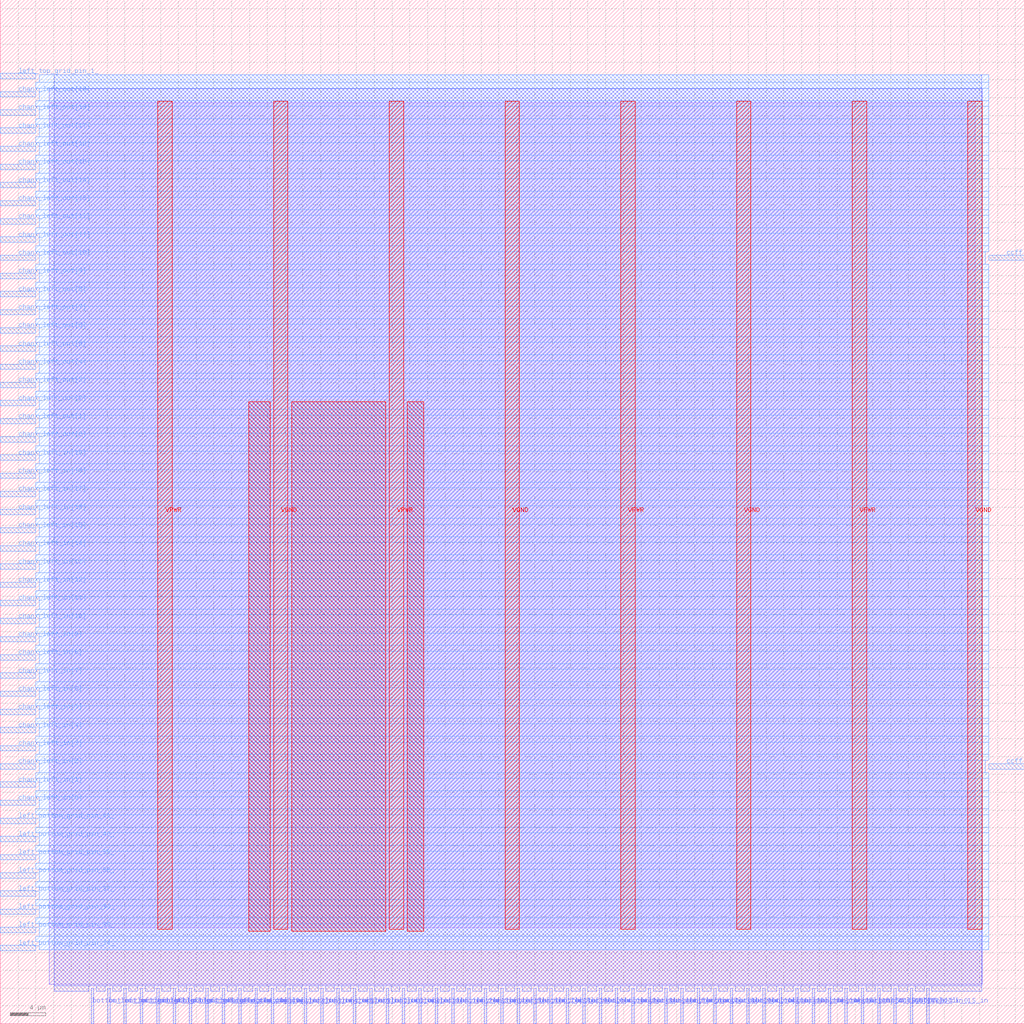
<source format=lef>
VERSION 5.7 ;
  NOWIREEXTENSIONATPIN ON ;
  DIVIDERCHAR "/" ;
  BUSBITCHARS "[]" ;
MACRO sb_2__2_
  CLASS BLOCK ;
  FOREIGN sb_2__2_ ;
  ORIGIN 0.000 0.000 ;
  SIZE 115.000 BY 115.000 ;
  PIN SC_IN_BOT
    DIRECTION INPUT ;
    USE SIGNAL ;
    PORT
      LAYER met2 ;
        RECT 100.370 0.000 100.650 4.000 ;
    END
  END SC_IN_BOT
  PIN SC_OUT_BOT
    DIRECTION OUTPUT TRISTATE ;
    USE SIGNAL ;
    PORT
      LAYER met2 ;
        RECT 102.210 0.000 102.490 4.000 ;
    END
  END SC_OUT_BOT
  PIN VGND
    DIRECTION INOUT ;
    USE GROUND ;
    PORT
      LAYER met4 ;
        RECT 30.710 10.640 32.310 103.600 ;
    END
    PORT
      LAYER met4 ;
        RECT 56.700 10.640 58.300 103.600 ;
    END
    PORT
      LAYER met4 ;
        RECT 82.690 10.640 84.290 103.600 ;
    END
    PORT
      LAYER met4 ;
        RECT 108.680 10.640 110.280 103.600 ;
    END
  END VGND
  PIN VPWR
    DIRECTION INOUT ;
    USE POWER ;
    PORT
      LAYER met4 ;
        RECT 17.715 10.640 19.315 103.600 ;
    END
    PORT
      LAYER met4 ;
        RECT 43.705 10.640 45.305 103.600 ;
    END
    PORT
      LAYER met4 ;
        RECT 69.695 10.640 71.295 103.600 ;
    END
    PORT
      LAYER met4 ;
        RECT 95.685 10.640 97.285 103.600 ;
    END
  END VPWR
  PIN bottom_left_grid_pin_42_
    DIRECTION INPUT ;
    USE SIGNAL ;
    PORT
      LAYER met2 ;
        RECT 10.210 0.000 10.490 4.000 ;
    END
  END bottom_left_grid_pin_42_
  PIN bottom_left_grid_pin_43_
    DIRECTION INPUT ;
    USE SIGNAL ;
    PORT
      LAYER met2 ;
        RECT 12.050 0.000 12.330 4.000 ;
    END
  END bottom_left_grid_pin_43_
  PIN bottom_left_grid_pin_44_
    DIRECTION INPUT ;
    USE SIGNAL ;
    PORT
      LAYER met2 ;
        RECT 13.890 0.000 14.170 4.000 ;
    END
  END bottom_left_grid_pin_44_
  PIN bottom_left_grid_pin_45_
    DIRECTION INPUT ;
    USE SIGNAL ;
    PORT
      LAYER met2 ;
        RECT 15.730 0.000 16.010 4.000 ;
    END
  END bottom_left_grid_pin_45_
  PIN bottom_left_grid_pin_46_
    DIRECTION INPUT ;
    USE SIGNAL ;
    PORT
      LAYER met2 ;
        RECT 17.570 0.000 17.850 4.000 ;
    END
  END bottom_left_grid_pin_46_
  PIN bottom_left_grid_pin_47_
    DIRECTION INPUT ;
    USE SIGNAL ;
    PORT
      LAYER met2 ;
        RECT 19.410 0.000 19.690 4.000 ;
    END
  END bottom_left_grid_pin_47_
  PIN bottom_left_grid_pin_48_
    DIRECTION INPUT ;
    USE SIGNAL ;
    PORT
      LAYER met2 ;
        RECT 21.250 0.000 21.530 4.000 ;
    END
  END bottom_left_grid_pin_48_
  PIN bottom_left_grid_pin_49_
    DIRECTION INPUT ;
    USE SIGNAL ;
    PORT
      LAYER met2 ;
        RECT 23.090 0.000 23.370 4.000 ;
    END
  END bottom_left_grid_pin_49_
  PIN bottom_right_grid_pin_1_
    DIRECTION INPUT ;
    USE SIGNAL ;
    PORT
      LAYER met2 ;
        RECT 98.530 0.000 98.810 4.000 ;
    END
  END bottom_right_grid_pin_1_
  PIN ccff_head
    DIRECTION INPUT ;
    USE SIGNAL ;
    PORT
      LAYER met3 ;
        RECT 111.000 28.600 115.000 29.200 ;
    END
  END ccff_head
  PIN ccff_tail
    DIRECTION OUTPUT TRISTATE ;
    USE SIGNAL ;
    PORT
      LAYER met3 ;
        RECT 111.000 85.720 115.000 86.320 ;
    END
  END ccff_tail
  PIN chanx_left_in[0]
    DIRECTION INPUT ;
    USE SIGNAL ;
    PORT
      LAYER met3 ;
        RECT 0.000 24.520 4.000 25.120 ;
    END
  END chanx_left_in[0]
  PIN chanx_left_in[10]
    DIRECTION INPUT ;
    USE SIGNAL ;
    PORT
      LAYER met3 ;
        RECT 0.000 44.920 4.000 45.520 ;
    END
  END chanx_left_in[10]
  PIN chanx_left_in[11]
    DIRECTION INPUT ;
    USE SIGNAL ;
    PORT
      LAYER met3 ;
        RECT 0.000 46.960 4.000 47.560 ;
    END
  END chanx_left_in[11]
  PIN chanx_left_in[12]
    DIRECTION INPUT ;
    USE SIGNAL ;
    PORT
      LAYER met3 ;
        RECT 0.000 49.000 4.000 49.600 ;
    END
  END chanx_left_in[12]
  PIN chanx_left_in[13]
    DIRECTION INPUT ;
    USE SIGNAL ;
    PORT
      LAYER met3 ;
        RECT 0.000 51.040 4.000 51.640 ;
    END
  END chanx_left_in[13]
  PIN chanx_left_in[14]
    DIRECTION INPUT ;
    USE SIGNAL ;
    PORT
      LAYER met3 ;
        RECT 0.000 53.080 4.000 53.680 ;
    END
  END chanx_left_in[14]
  PIN chanx_left_in[15]
    DIRECTION INPUT ;
    USE SIGNAL ;
    PORT
      LAYER met3 ;
        RECT 0.000 55.120 4.000 55.720 ;
    END
  END chanx_left_in[15]
  PIN chanx_left_in[16]
    DIRECTION INPUT ;
    USE SIGNAL ;
    PORT
      LAYER met3 ;
        RECT 0.000 57.160 4.000 57.760 ;
    END
  END chanx_left_in[16]
  PIN chanx_left_in[17]
    DIRECTION INPUT ;
    USE SIGNAL ;
    PORT
      LAYER met3 ;
        RECT 0.000 59.200 4.000 59.800 ;
    END
  END chanx_left_in[17]
  PIN chanx_left_in[18]
    DIRECTION INPUT ;
    USE SIGNAL ;
    PORT
      LAYER met3 ;
        RECT 0.000 61.240 4.000 61.840 ;
    END
  END chanx_left_in[18]
  PIN chanx_left_in[19]
    DIRECTION INPUT ;
    USE SIGNAL ;
    PORT
      LAYER met3 ;
        RECT 0.000 63.280 4.000 63.880 ;
    END
  END chanx_left_in[19]
  PIN chanx_left_in[1]
    DIRECTION INPUT ;
    USE SIGNAL ;
    PORT
      LAYER met3 ;
        RECT 0.000 26.560 4.000 27.160 ;
    END
  END chanx_left_in[1]
  PIN chanx_left_in[2]
    DIRECTION INPUT ;
    USE SIGNAL ;
    PORT
      LAYER met3 ;
        RECT 0.000 28.600 4.000 29.200 ;
    END
  END chanx_left_in[2]
  PIN chanx_left_in[3]
    DIRECTION INPUT ;
    USE SIGNAL ;
    PORT
      LAYER met3 ;
        RECT 0.000 30.640 4.000 31.240 ;
    END
  END chanx_left_in[3]
  PIN chanx_left_in[4]
    DIRECTION INPUT ;
    USE SIGNAL ;
    PORT
      LAYER met3 ;
        RECT 0.000 32.680 4.000 33.280 ;
    END
  END chanx_left_in[4]
  PIN chanx_left_in[5]
    DIRECTION INPUT ;
    USE SIGNAL ;
    PORT
      LAYER met3 ;
        RECT 0.000 34.720 4.000 35.320 ;
    END
  END chanx_left_in[5]
  PIN chanx_left_in[6]
    DIRECTION INPUT ;
    USE SIGNAL ;
    PORT
      LAYER met3 ;
        RECT 0.000 36.760 4.000 37.360 ;
    END
  END chanx_left_in[6]
  PIN chanx_left_in[7]
    DIRECTION INPUT ;
    USE SIGNAL ;
    PORT
      LAYER met3 ;
        RECT 0.000 38.800 4.000 39.400 ;
    END
  END chanx_left_in[7]
  PIN chanx_left_in[8]
    DIRECTION INPUT ;
    USE SIGNAL ;
    PORT
      LAYER met3 ;
        RECT 0.000 40.840 4.000 41.440 ;
    END
  END chanx_left_in[8]
  PIN chanx_left_in[9]
    DIRECTION INPUT ;
    USE SIGNAL ;
    PORT
      LAYER met3 ;
        RECT 0.000 42.880 4.000 43.480 ;
    END
  END chanx_left_in[9]
  PIN chanx_left_out[0]
    DIRECTION OUTPUT TRISTATE ;
    USE SIGNAL ;
    PORT
      LAYER met3 ;
        RECT 0.000 65.320 4.000 65.920 ;
    END
  END chanx_left_out[0]
  PIN chanx_left_out[10]
    DIRECTION OUTPUT TRISTATE ;
    USE SIGNAL ;
    PORT
      LAYER met3 ;
        RECT 0.000 85.720 4.000 86.320 ;
    END
  END chanx_left_out[10]
  PIN chanx_left_out[11]
    DIRECTION OUTPUT TRISTATE ;
    USE SIGNAL ;
    PORT
      LAYER met3 ;
        RECT 0.000 87.760 4.000 88.360 ;
    END
  END chanx_left_out[11]
  PIN chanx_left_out[12]
    DIRECTION OUTPUT TRISTATE ;
    USE SIGNAL ;
    PORT
      LAYER met3 ;
        RECT 0.000 89.800 4.000 90.400 ;
    END
  END chanx_left_out[12]
  PIN chanx_left_out[13]
    DIRECTION OUTPUT TRISTATE ;
    USE SIGNAL ;
    PORT
      LAYER met3 ;
        RECT 0.000 91.840 4.000 92.440 ;
    END
  END chanx_left_out[13]
  PIN chanx_left_out[14]
    DIRECTION OUTPUT TRISTATE ;
    USE SIGNAL ;
    PORT
      LAYER met3 ;
        RECT 0.000 93.880 4.000 94.480 ;
    END
  END chanx_left_out[14]
  PIN chanx_left_out[15]
    DIRECTION OUTPUT TRISTATE ;
    USE SIGNAL ;
    PORT
      LAYER met3 ;
        RECT 0.000 95.920 4.000 96.520 ;
    END
  END chanx_left_out[15]
  PIN chanx_left_out[16]
    DIRECTION OUTPUT TRISTATE ;
    USE SIGNAL ;
    PORT
      LAYER met3 ;
        RECT 0.000 97.960 4.000 98.560 ;
    END
  END chanx_left_out[16]
  PIN chanx_left_out[17]
    DIRECTION OUTPUT TRISTATE ;
    USE SIGNAL ;
    PORT
      LAYER met3 ;
        RECT 0.000 100.000 4.000 100.600 ;
    END
  END chanx_left_out[17]
  PIN chanx_left_out[18]
    DIRECTION OUTPUT TRISTATE ;
    USE SIGNAL ;
    PORT
      LAYER met3 ;
        RECT 0.000 102.040 4.000 102.640 ;
    END
  END chanx_left_out[18]
  PIN chanx_left_out[19]
    DIRECTION OUTPUT TRISTATE ;
    USE SIGNAL ;
    PORT
      LAYER met3 ;
        RECT 0.000 104.080 4.000 104.680 ;
    END
  END chanx_left_out[19]
  PIN chanx_left_out[1]
    DIRECTION OUTPUT TRISTATE ;
    USE SIGNAL ;
    PORT
      LAYER met3 ;
        RECT 0.000 67.360 4.000 67.960 ;
    END
  END chanx_left_out[1]
  PIN chanx_left_out[2]
    DIRECTION OUTPUT TRISTATE ;
    USE SIGNAL ;
    PORT
      LAYER met3 ;
        RECT 0.000 69.400 4.000 70.000 ;
    END
  END chanx_left_out[2]
  PIN chanx_left_out[3]
    DIRECTION OUTPUT TRISTATE ;
    USE SIGNAL ;
    PORT
      LAYER met3 ;
        RECT 0.000 71.440 4.000 72.040 ;
    END
  END chanx_left_out[3]
  PIN chanx_left_out[4]
    DIRECTION OUTPUT TRISTATE ;
    USE SIGNAL ;
    PORT
      LAYER met3 ;
        RECT 0.000 73.480 4.000 74.080 ;
    END
  END chanx_left_out[4]
  PIN chanx_left_out[5]
    DIRECTION OUTPUT TRISTATE ;
    USE SIGNAL ;
    PORT
      LAYER met3 ;
        RECT 0.000 75.520 4.000 76.120 ;
    END
  END chanx_left_out[5]
  PIN chanx_left_out[6]
    DIRECTION OUTPUT TRISTATE ;
    USE SIGNAL ;
    PORT
      LAYER met3 ;
        RECT 0.000 77.560 4.000 78.160 ;
    END
  END chanx_left_out[6]
  PIN chanx_left_out[7]
    DIRECTION OUTPUT TRISTATE ;
    USE SIGNAL ;
    PORT
      LAYER met3 ;
        RECT 0.000 79.600 4.000 80.200 ;
    END
  END chanx_left_out[7]
  PIN chanx_left_out[8]
    DIRECTION OUTPUT TRISTATE ;
    USE SIGNAL ;
    PORT
      LAYER met3 ;
        RECT 0.000 81.640 4.000 82.240 ;
    END
  END chanx_left_out[8]
  PIN chanx_left_out[9]
    DIRECTION OUTPUT TRISTATE ;
    USE SIGNAL ;
    PORT
      LAYER met3 ;
        RECT 0.000 83.680 4.000 84.280 ;
    END
  END chanx_left_out[9]
  PIN chany_bottom_in[0]
    DIRECTION INPUT ;
    USE SIGNAL ;
    PORT
      LAYER met2 ;
        RECT 24.930 0.000 25.210 4.000 ;
    END
  END chany_bottom_in[0]
  PIN chany_bottom_in[10]
    DIRECTION INPUT ;
    USE SIGNAL ;
    PORT
      LAYER met2 ;
        RECT 43.330 0.000 43.610 4.000 ;
    END
  END chany_bottom_in[10]
  PIN chany_bottom_in[11]
    DIRECTION INPUT ;
    USE SIGNAL ;
    PORT
      LAYER met2 ;
        RECT 45.170 0.000 45.450 4.000 ;
    END
  END chany_bottom_in[11]
  PIN chany_bottom_in[12]
    DIRECTION INPUT ;
    USE SIGNAL ;
    PORT
      LAYER met2 ;
        RECT 47.010 0.000 47.290 4.000 ;
    END
  END chany_bottom_in[12]
  PIN chany_bottom_in[13]
    DIRECTION INPUT ;
    USE SIGNAL ;
    PORT
      LAYER met2 ;
        RECT 48.850 0.000 49.130 4.000 ;
    END
  END chany_bottom_in[13]
  PIN chany_bottom_in[14]
    DIRECTION INPUT ;
    USE SIGNAL ;
    PORT
      LAYER met2 ;
        RECT 50.690 0.000 50.970 4.000 ;
    END
  END chany_bottom_in[14]
  PIN chany_bottom_in[15]
    DIRECTION INPUT ;
    USE SIGNAL ;
    PORT
      LAYER met2 ;
        RECT 52.530 0.000 52.810 4.000 ;
    END
  END chany_bottom_in[15]
  PIN chany_bottom_in[16]
    DIRECTION INPUT ;
    USE SIGNAL ;
    PORT
      LAYER met2 ;
        RECT 54.370 0.000 54.650 4.000 ;
    END
  END chany_bottom_in[16]
  PIN chany_bottom_in[17]
    DIRECTION INPUT ;
    USE SIGNAL ;
    PORT
      LAYER met2 ;
        RECT 56.210 0.000 56.490 4.000 ;
    END
  END chany_bottom_in[17]
  PIN chany_bottom_in[18]
    DIRECTION INPUT ;
    USE SIGNAL ;
    PORT
      LAYER met2 ;
        RECT 58.050 0.000 58.330 4.000 ;
    END
  END chany_bottom_in[18]
  PIN chany_bottom_in[19]
    DIRECTION INPUT ;
    USE SIGNAL ;
    PORT
      LAYER met2 ;
        RECT 59.890 0.000 60.170 4.000 ;
    END
  END chany_bottom_in[19]
  PIN chany_bottom_in[1]
    DIRECTION INPUT ;
    USE SIGNAL ;
    PORT
      LAYER met2 ;
        RECT 26.770 0.000 27.050 4.000 ;
    END
  END chany_bottom_in[1]
  PIN chany_bottom_in[2]
    DIRECTION INPUT ;
    USE SIGNAL ;
    PORT
      LAYER met2 ;
        RECT 28.610 0.000 28.890 4.000 ;
    END
  END chany_bottom_in[2]
  PIN chany_bottom_in[3]
    DIRECTION INPUT ;
    USE SIGNAL ;
    PORT
      LAYER met2 ;
        RECT 30.450 0.000 30.730 4.000 ;
    END
  END chany_bottom_in[3]
  PIN chany_bottom_in[4]
    DIRECTION INPUT ;
    USE SIGNAL ;
    PORT
      LAYER met2 ;
        RECT 32.290 0.000 32.570 4.000 ;
    END
  END chany_bottom_in[4]
  PIN chany_bottom_in[5]
    DIRECTION INPUT ;
    USE SIGNAL ;
    PORT
      LAYER met2 ;
        RECT 34.130 0.000 34.410 4.000 ;
    END
  END chany_bottom_in[5]
  PIN chany_bottom_in[6]
    DIRECTION INPUT ;
    USE SIGNAL ;
    PORT
      LAYER met2 ;
        RECT 35.970 0.000 36.250 4.000 ;
    END
  END chany_bottom_in[6]
  PIN chany_bottom_in[7]
    DIRECTION INPUT ;
    USE SIGNAL ;
    PORT
      LAYER met2 ;
        RECT 37.810 0.000 38.090 4.000 ;
    END
  END chany_bottom_in[7]
  PIN chany_bottom_in[8]
    DIRECTION INPUT ;
    USE SIGNAL ;
    PORT
      LAYER met2 ;
        RECT 39.650 0.000 39.930 4.000 ;
    END
  END chany_bottom_in[8]
  PIN chany_bottom_in[9]
    DIRECTION INPUT ;
    USE SIGNAL ;
    PORT
      LAYER met2 ;
        RECT 41.490 0.000 41.770 4.000 ;
    END
  END chany_bottom_in[9]
  PIN chany_bottom_out[0]
    DIRECTION OUTPUT TRISTATE ;
    USE SIGNAL ;
    PORT
      LAYER met2 ;
        RECT 61.730 0.000 62.010 4.000 ;
    END
  END chany_bottom_out[0]
  PIN chany_bottom_out[10]
    DIRECTION OUTPUT TRISTATE ;
    USE SIGNAL ;
    PORT
      LAYER met2 ;
        RECT 80.130 0.000 80.410 4.000 ;
    END
  END chany_bottom_out[10]
  PIN chany_bottom_out[11]
    DIRECTION OUTPUT TRISTATE ;
    USE SIGNAL ;
    PORT
      LAYER met2 ;
        RECT 81.970 0.000 82.250 4.000 ;
    END
  END chany_bottom_out[11]
  PIN chany_bottom_out[12]
    DIRECTION OUTPUT TRISTATE ;
    USE SIGNAL ;
    PORT
      LAYER met2 ;
        RECT 83.810 0.000 84.090 4.000 ;
    END
  END chany_bottom_out[12]
  PIN chany_bottom_out[13]
    DIRECTION OUTPUT TRISTATE ;
    USE SIGNAL ;
    PORT
      LAYER met2 ;
        RECT 85.650 0.000 85.930 4.000 ;
    END
  END chany_bottom_out[13]
  PIN chany_bottom_out[14]
    DIRECTION OUTPUT TRISTATE ;
    USE SIGNAL ;
    PORT
      LAYER met2 ;
        RECT 87.490 0.000 87.770 4.000 ;
    END
  END chany_bottom_out[14]
  PIN chany_bottom_out[15]
    DIRECTION OUTPUT TRISTATE ;
    USE SIGNAL ;
    PORT
      LAYER met2 ;
        RECT 89.330 0.000 89.610 4.000 ;
    END
  END chany_bottom_out[15]
  PIN chany_bottom_out[16]
    DIRECTION OUTPUT TRISTATE ;
    USE SIGNAL ;
    PORT
      LAYER met2 ;
        RECT 91.170 0.000 91.450 4.000 ;
    END
  END chany_bottom_out[16]
  PIN chany_bottom_out[17]
    DIRECTION OUTPUT TRISTATE ;
    USE SIGNAL ;
    PORT
      LAYER met2 ;
        RECT 93.010 0.000 93.290 4.000 ;
    END
  END chany_bottom_out[17]
  PIN chany_bottom_out[18]
    DIRECTION OUTPUT TRISTATE ;
    USE SIGNAL ;
    PORT
      LAYER met2 ;
        RECT 94.850 0.000 95.130 4.000 ;
    END
  END chany_bottom_out[18]
  PIN chany_bottom_out[19]
    DIRECTION OUTPUT TRISTATE ;
    USE SIGNAL ;
    PORT
      LAYER met2 ;
        RECT 96.690 0.000 96.970 4.000 ;
    END
  END chany_bottom_out[19]
  PIN chany_bottom_out[1]
    DIRECTION OUTPUT TRISTATE ;
    USE SIGNAL ;
    PORT
      LAYER met2 ;
        RECT 63.570 0.000 63.850 4.000 ;
    END
  END chany_bottom_out[1]
  PIN chany_bottom_out[2]
    DIRECTION OUTPUT TRISTATE ;
    USE SIGNAL ;
    PORT
      LAYER met2 ;
        RECT 65.410 0.000 65.690 4.000 ;
    END
  END chany_bottom_out[2]
  PIN chany_bottom_out[3]
    DIRECTION OUTPUT TRISTATE ;
    USE SIGNAL ;
    PORT
      LAYER met2 ;
        RECT 67.250 0.000 67.530 4.000 ;
    END
  END chany_bottom_out[3]
  PIN chany_bottom_out[4]
    DIRECTION OUTPUT TRISTATE ;
    USE SIGNAL ;
    PORT
      LAYER met2 ;
        RECT 69.090 0.000 69.370 4.000 ;
    END
  END chany_bottom_out[4]
  PIN chany_bottom_out[5]
    DIRECTION OUTPUT TRISTATE ;
    USE SIGNAL ;
    PORT
      LAYER met2 ;
        RECT 70.930 0.000 71.210 4.000 ;
    END
  END chany_bottom_out[5]
  PIN chany_bottom_out[6]
    DIRECTION OUTPUT TRISTATE ;
    USE SIGNAL ;
    PORT
      LAYER met2 ;
        RECT 72.770 0.000 73.050 4.000 ;
    END
  END chany_bottom_out[6]
  PIN chany_bottom_out[7]
    DIRECTION OUTPUT TRISTATE ;
    USE SIGNAL ;
    PORT
      LAYER met2 ;
        RECT 74.610 0.000 74.890 4.000 ;
    END
  END chany_bottom_out[7]
  PIN chany_bottom_out[8]
    DIRECTION OUTPUT TRISTATE ;
    USE SIGNAL ;
    PORT
      LAYER met2 ;
        RECT 76.450 0.000 76.730 4.000 ;
    END
  END chany_bottom_out[8]
  PIN chany_bottom_out[9]
    DIRECTION OUTPUT TRISTATE ;
    USE SIGNAL ;
    PORT
      LAYER met2 ;
        RECT 78.290 0.000 78.570 4.000 ;
    END
  END chany_bottom_out[9]
  PIN left_bottom_grid_pin_34_
    DIRECTION INPUT ;
    USE SIGNAL ;
    PORT
      LAYER met3 ;
        RECT 0.000 8.200 4.000 8.800 ;
    END
  END left_bottom_grid_pin_34_
  PIN left_bottom_grid_pin_35_
    DIRECTION INPUT ;
    USE SIGNAL ;
    PORT
      LAYER met3 ;
        RECT 0.000 10.240 4.000 10.840 ;
    END
  END left_bottom_grid_pin_35_
  PIN left_bottom_grid_pin_36_
    DIRECTION INPUT ;
    USE SIGNAL ;
    PORT
      LAYER met3 ;
        RECT 0.000 12.280 4.000 12.880 ;
    END
  END left_bottom_grid_pin_36_
  PIN left_bottom_grid_pin_37_
    DIRECTION INPUT ;
    USE SIGNAL ;
    PORT
      LAYER met3 ;
        RECT 0.000 14.320 4.000 14.920 ;
    END
  END left_bottom_grid_pin_37_
  PIN left_bottom_grid_pin_38_
    DIRECTION INPUT ;
    USE SIGNAL ;
    PORT
      LAYER met3 ;
        RECT 0.000 16.360 4.000 16.960 ;
    END
  END left_bottom_grid_pin_38_
  PIN left_bottom_grid_pin_39_
    DIRECTION INPUT ;
    USE SIGNAL ;
    PORT
      LAYER met3 ;
        RECT 0.000 18.400 4.000 19.000 ;
    END
  END left_bottom_grid_pin_39_
  PIN left_bottom_grid_pin_40_
    DIRECTION INPUT ;
    USE SIGNAL ;
    PORT
      LAYER met3 ;
        RECT 0.000 20.440 4.000 21.040 ;
    END
  END left_bottom_grid_pin_40_
  PIN left_bottom_grid_pin_41_
    DIRECTION INPUT ;
    USE SIGNAL ;
    PORT
      LAYER met3 ;
        RECT 0.000 22.480 4.000 23.080 ;
    END
  END left_bottom_grid_pin_41_
  PIN left_top_grid_pin_1_
    DIRECTION INPUT ;
    USE SIGNAL ;
    PORT
      LAYER met3 ;
        RECT 0.000 106.120 4.000 106.720 ;
    END
  END left_top_grid_pin_1_
  PIN prog_clk_0_S_in
    DIRECTION INPUT ;
    USE SIGNAL ;
    PORT
      LAYER met2 ;
        RECT 104.050 0.000 104.330 4.000 ;
    END
  END prog_clk_0_S_in
  OBS
      LAYER li1 ;
        RECT 5.520 10.795 109.480 103.445 ;
      LAYER met1 ;
        RECT 5.520 4.460 110.280 105.020 ;
      LAYER met2 ;
        RECT 6.070 4.280 110.250 106.605 ;
        RECT 6.070 3.670 9.930 4.280 ;
        RECT 10.770 3.670 11.770 4.280 ;
        RECT 12.610 3.670 13.610 4.280 ;
        RECT 14.450 3.670 15.450 4.280 ;
        RECT 16.290 3.670 17.290 4.280 ;
        RECT 18.130 3.670 19.130 4.280 ;
        RECT 19.970 3.670 20.970 4.280 ;
        RECT 21.810 3.670 22.810 4.280 ;
        RECT 23.650 3.670 24.650 4.280 ;
        RECT 25.490 3.670 26.490 4.280 ;
        RECT 27.330 3.670 28.330 4.280 ;
        RECT 29.170 3.670 30.170 4.280 ;
        RECT 31.010 3.670 32.010 4.280 ;
        RECT 32.850 3.670 33.850 4.280 ;
        RECT 34.690 3.670 35.690 4.280 ;
        RECT 36.530 3.670 37.530 4.280 ;
        RECT 38.370 3.670 39.370 4.280 ;
        RECT 40.210 3.670 41.210 4.280 ;
        RECT 42.050 3.670 43.050 4.280 ;
        RECT 43.890 3.670 44.890 4.280 ;
        RECT 45.730 3.670 46.730 4.280 ;
        RECT 47.570 3.670 48.570 4.280 ;
        RECT 49.410 3.670 50.410 4.280 ;
        RECT 51.250 3.670 52.250 4.280 ;
        RECT 53.090 3.670 54.090 4.280 ;
        RECT 54.930 3.670 55.930 4.280 ;
        RECT 56.770 3.670 57.770 4.280 ;
        RECT 58.610 3.670 59.610 4.280 ;
        RECT 60.450 3.670 61.450 4.280 ;
        RECT 62.290 3.670 63.290 4.280 ;
        RECT 64.130 3.670 65.130 4.280 ;
        RECT 65.970 3.670 66.970 4.280 ;
        RECT 67.810 3.670 68.810 4.280 ;
        RECT 69.650 3.670 70.650 4.280 ;
        RECT 71.490 3.670 72.490 4.280 ;
        RECT 73.330 3.670 74.330 4.280 ;
        RECT 75.170 3.670 76.170 4.280 ;
        RECT 77.010 3.670 78.010 4.280 ;
        RECT 78.850 3.670 79.850 4.280 ;
        RECT 80.690 3.670 81.690 4.280 ;
        RECT 82.530 3.670 83.530 4.280 ;
        RECT 84.370 3.670 85.370 4.280 ;
        RECT 86.210 3.670 87.210 4.280 ;
        RECT 88.050 3.670 89.050 4.280 ;
        RECT 89.890 3.670 90.890 4.280 ;
        RECT 91.730 3.670 92.730 4.280 ;
        RECT 93.570 3.670 94.570 4.280 ;
        RECT 95.410 3.670 96.410 4.280 ;
        RECT 97.250 3.670 98.250 4.280 ;
        RECT 99.090 3.670 100.090 4.280 ;
        RECT 100.930 3.670 101.930 4.280 ;
        RECT 102.770 3.670 103.770 4.280 ;
        RECT 104.610 3.670 110.250 4.280 ;
      LAYER met3 ;
        RECT 4.400 105.720 111.000 106.585 ;
        RECT 4.000 105.080 111.000 105.720 ;
        RECT 4.400 103.680 111.000 105.080 ;
        RECT 4.000 103.040 111.000 103.680 ;
        RECT 4.400 101.640 111.000 103.040 ;
        RECT 4.000 101.000 111.000 101.640 ;
        RECT 4.400 99.600 111.000 101.000 ;
        RECT 4.000 98.960 111.000 99.600 ;
        RECT 4.400 97.560 111.000 98.960 ;
        RECT 4.000 96.920 111.000 97.560 ;
        RECT 4.400 95.520 111.000 96.920 ;
        RECT 4.000 94.880 111.000 95.520 ;
        RECT 4.400 93.480 111.000 94.880 ;
        RECT 4.000 92.840 111.000 93.480 ;
        RECT 4.400 91.440 111.000 92.840 ;
        RECT 4.000 90.800 111.000 91.440 ;
        RECT 4.400 89.400 111.000 90.800 ;
        RECT 4.000 88.760 111.000 89.400 ;
        RECT 4.400 87.360 111.000 88.760 ;
        RECT 4.000 86.720 111.000 87.360 ;
        RECT 4.400 85.320 110.600 86.720 ;
        RECT 4.000 84.680 111.000 85.320 ;
        RECT 4.400 83.280 111.000 84.680 ;
        RECT 4.000 82.640 111.000 83.280 ;
        RECT 4.400 81.240 111.000 82.640 ;
        RECT 4.000 80.600 111.000 81.240 ;
        RECT 4.400 79.200 111.000 80.600 ;
        RECT 4.000 78.560 111.000 79.200 ;
        RECT 4.400 77.160 111.000 78.560 ;
        RECT 4.000 76.520 111.000 77.160 ;
        RECT 4.400 75.120 111.000 76.520 ;
        RECT 4.000 74.480 111.000 75.120 ;
        RECT 4.400 73.080 111.000 74.480 ;
        RECT 4.000 72.440 111.000 73.080 ;
        RECT 4.400 71.040 111.000 72.440 ;
        RECT 4.000 70.400 111.000 71.040 ;
        RECT 4.400 69.000 111.000 70.400 ;
        RECT 4.000 68.360 111.000 69.000 ;
        RECT 4.400 66.960 111.000 68.360 ;
        RECT 4.000 66.320 111.000 66.960 ;
        RECT 4.400 64.920 111.000 66.320 ;
        RECT 4.000 64.280 111.000 64.920 ;
        RECT 4.400 62.880 111.000 64.280 ;
        RECT 4.000 62.240 111.000 62.880 ;
        RECT 4.400 60.840 111.000 62.240 ;
        RECT 4.000 60.200 111.000 60.840 ;
        RECT 4.400 58.800 111.000 60.200 ;
        RECT 4.000 58.160 111.000 58.800 ;
        RECT 4.400 56.760 111.000 58.160 ;
        RECT 4.000 56.120 111.000 56.760 ;
        RECT 4.400 54.720 111.000 56.120 ;
        RECT 4.000 54.080 111.000 54.720 ;
        RECT 4.400 52.680 111.000 54.080 ;
        RECT 4.000 52.040 111.000 52.680 ;
        RECT 4.400 50.640 111.000 52.040 ;
        RECT 4.000 50.000 111.000 50.640 ;
        RECT 4.400 48.600 111.000 50.000 ;
        RECT 4.000 47.960 111.000 48.600 ;
        RECT 4.400 46.560 111.000 47.960 ;
        RECT 4.000 45.920 111.000 46.560 ;
        RECT 4.400 44.520 111.000 45.920 ;
        RECT 4.000 43.880 111.000 44.520 ;
        RECT 4.400 42.480 111.000 43.880 ;
        RECT 4.000 41.840 111.000 42.480 ;
        RECT 4.400 40.440 111.000 41.840 ;
        RECT 4.000 39.800 111.000 40.440 ;
        RECT 4.400 38.400 111.000 39.800 ;
        RECT 4.000 37.760 111.000 38.400 ;
        RECT 4.400 36.360 111.000 37.760 ;
        RECT 4.000 35.720 111.000 36.360 ;
        RECT 4.400 34.320 111.000 35.720 ;
        RECT 4.000 33.680 111.000 34.320 ;
        RECT 4.400 32.280 111.000 33.680 ;
        RECT 4.000 31.640 111.000 32.280 ;
        RECT 4.400 30.240 111.000 31.640 ;
        RECT 4.000 29.600 111.000 30.240 ;
        RECT 4.400 28.200 110.600 29.600 ;
        RECT 4.000 27.560 111.000 28.200 ;
        RECT 4.400 26.160 111.000 27.560 ;
        RECT 4.000 25.520 111.000 26.160 ;
        RECT 4.400 24.120 111.000 25.520 ;
        RECT 4.000 23.480 111.000 24.120 ;
        RECT 4.400 22.080 111.000 23.480 ;
        RECT 4.000 21.440 111.000 22.080 ;
        RECT 4.400 20.040 111.000 21.440 ;
        RECT 4.000 19.400 111.000 20.040 ;
        RECT 4.400 18.000 111.000 19.400 ;
        RECT 4.000 17.360 111.000 18.000 ;
        RECT 4.400 15.960 111.000 17.360 ;
        RECT 4.000 15.320 111.000 15.960 ;
        RECT 4.400 13.920 111.000 15.320 ;
        RECT 4.000 13.280 111.000 13.920 ;
        RECT 4.400 11.880 111.000 13.280 ;
        RECT 4.000 11.240 111.000 11.880 ;
        RECT 4.400 9.840 111.000 11.240 ;
        RECT 4.000 9.200 111.000 9.840 ;
        RECT 4.400 8.335 111.000 9.200 ;
      LAYER met4 ;
        RECT 27.895 10.375 30.310 69.865 ;
        RECT 32.710 10.375 43.305 69.865 ;
        RECT 45.705 10.375 47.545 69.865 ;
  END
END sb_2__2_
END LIBRARY


</source>
